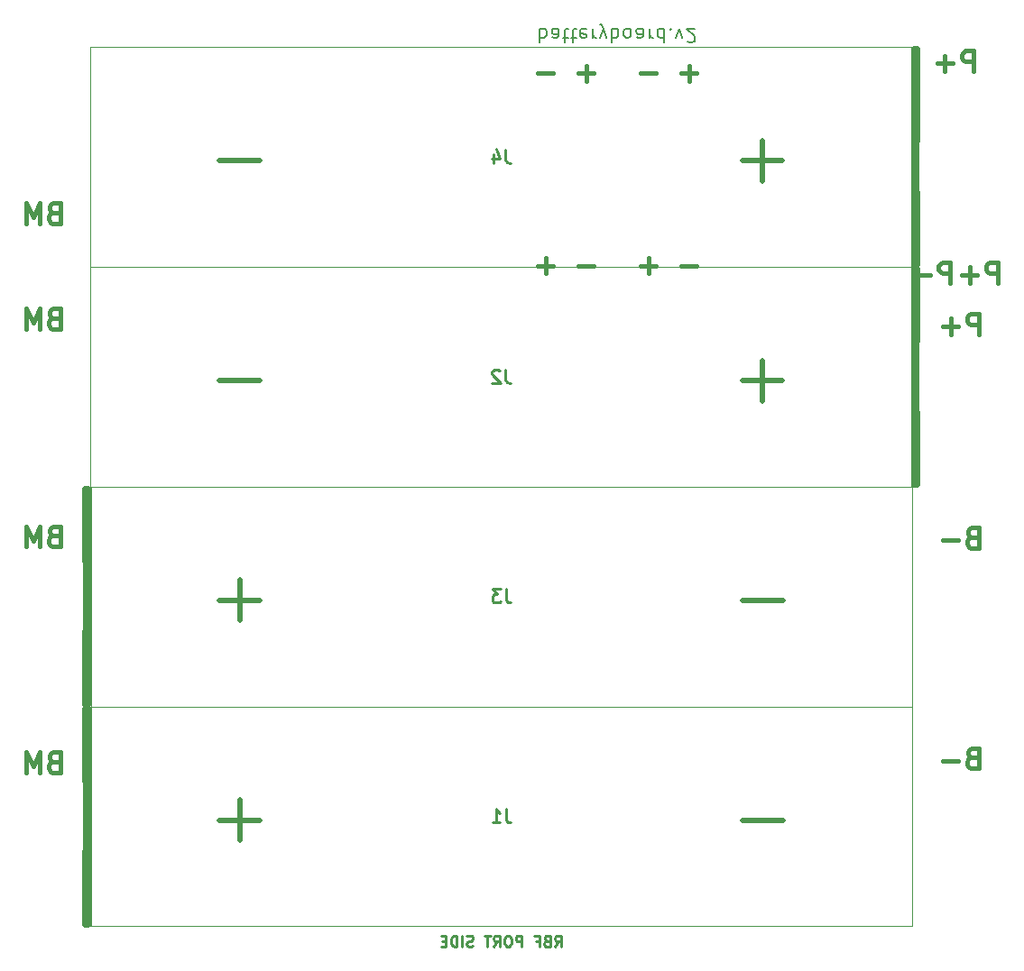
<source format=gbo>
%TF.GenerationSoftware,KiCad,Pcbnew,(5.1.9)-1*%
%TF.CreationDate,2022-01-06T16:33:17-10:00*%
%TF.ProjectId,batteryboard,62617474-6572-4796-926f-6172642e6b69,rev?*%
%TF.SameCoordinates,Original*%
%TF.FileFunction,Legend,Bot*%
%TF.FilePolarity,Positive*%
%FSLAX46Y46*%
G04 Gerber Fmt 4.6, Leading zero omitted, Abs format (unit mm)*
G04 Created by KiCad (PCBNEW (5.1.9)-1) date 2022-01-06 16:33:17*
%MOMM*%
%LPD*%
G01*
G04 APERTURE LIST*
%ADD10C,0.200000*%
%ADD11C,0.254000*%
%ADD12C,0.381000*%
%ADD13C,0.500000*%
%ADD14C,0.100000*%
%ADD15C,1.671600*%
%ADD16C,3.551600*%
%ADD17C,4.601600*%
%ADD18C,1.500000*%
%ADD19O,1.501600X1.501600*%
%ADD20C,1.501600*%
%ADD21C,2.101600*%
G04 APERTURE END LIST*
D10*
X104771142Y-55863404D02*
X104771142Y-57163404D01*
X104771142Y-56668166D02*
X104894952Y-56730071D01*
X105142571Y-56730071D01*
X105266380Y-56668166D01*
X105328285Y-56606261D01*
X105390190Y-56482452D01*
X105390190Y-56111023D01*
X105328285Y-55987214D01*
X105266380Y-55925309D01*
X105142571Y-55863404D01*
X104894952Y-55863404D01*
X104771142Y-55925309D01*
X106504476Y-55863404D02*
X106504476Y-56544357D01*
X106442571Y-56668166D01*
X106318761Y-56730071D01*
X106071142Y-56730071D01*
X105947333Y-56668166D01*
X106504476Y-55925309D02*
X106380666Y-55863404D01*
X106071142Y-55863404D01*
X105947333Y-55925309D01*
X105885428Y-56049119D01*
X105885428Y-56172928D01*
X105947333Y-56296738D01*
X106071142Y-56358642D01*
X106380666Y-56358642D01*
X106504476Y-56420547D01*
X106937809Y-56730071D02*
X107433047Y-56730071D01*
X107123523Y-57163404D02*
X107123523Y-56049119D01*
X107185428Y-55925309D01*
X107309238Y-55863404D01*
X107433047Y-55863404D01*
X107680666Y-56730071D02*
X108175904Y-56730071D01*
X107866380Y-57163404D02*
X107866380Y-56049119D01*
X107928285Y-55925309D01*
X108052095Y-55863404D01*
X108175904Y-55863404D01*
X109104476Y-55925309D02*
X108980666Y-55863404D01*
X108733047Y-55863404D01*
X108609238Y-55925309D01*
X108547333Y-56049119D01*
X108547333Y-56544357D01*
X108609238Y-56668166D01*
X108733047Y-56730071D01*
X108980666Y-56730071D01*
X109104476Y-56668166D01*
X109166380Y-56544357D01*
X109166380Y-56420547D01*
X108547333Y-56296738D01*
X109723523Y-55863404D02*
X109723523Y-56730071D01*
X109723523Y-56482452D02*
X109785428Y-56606261D01*
X109847333Y-56668166D01*
X109971142Y-56730071D01*
X110094952Y-56730071D01*
X110404476Y-56730071D02*
X110714000Y-55863404D01*
X111023523Y-56730071D02*
X110714000Y-55863404D01*
X110590190Y-55553880D01*
X110528285Y-55491976D01*
X110404476Y-55430071D01*
X111518761Y-55863404D02*
X111518761Y-57163404D01*
X111518761Y-56668166D02*
X111642571Y-56730071D01*
X111890190Y-56730071D01*
X112014000Y-56668166D01*
X112075904Y-56606261D01*
X112137809Y-56482452D01*
X112137809Y-56111023D01*
X112075904Y-55987214D01*
X112014000Y-55925309D01*
X111890190Y-55863404D01*
X111642571Y-55863404D01*
X111518761Y-55925309D01*
X112880666Y-55863404D02*
X112756857Y-55925309D01*
X112694952Y-55987214D01*
X112633047Y-56111023D01*
X112633047Y-56482452D01*
X112694952Y-56606261D01*
X112756857Y-56668166D01*
X112880666Y-56730071D01*
X113066380Y-56730071D01*
X113190190Y-56668166D01*
X113252095Y-56606261D01*
X113314000Y-56482452D01*
X113314000Y-56111023D01*
X113252095Y-55987214D01*
X113190190Y-55925309D01*
X113066380Y-55863404D01*
X112880666Y-55863404D01*
X114428285Y-55863404D02*
X114428285Y-56544357D01*
X114366380Y-56668166D01*
X114242571Y-56730071D01*
X113994952Y-56730071D01*
X113871142Y-56668166D01*
X114428285Y-55925309D02*
X114304476Y-55863404D01*
X113994952Y-55863404D01*
X113871142Y-55925309D01*
X113809238Y-56049119D01*
X113809238Y-56172928D01*
X113871142Y-56296738D01*
X113994952Y-56358642D01*
X114304476Y-56358642D01*
X114428285Y-56420547D01*
X115047333Y-55863404D02*
X115047333Y-56730071D01*
X115047333Y-56482452D02*
X115109238Y-56606261D01*
X115171142Y-56668166D01*
X115294952Y-56730071D01*
X115418761Y-56730071D01*
X116409238Y-55863404D02*
X116409238Y-57163404D01*
X116409238Y-55925309D02*
X116285428Y-55863404D01*
X116037809Y-55863404D01*
X115914000Y-55925309D01*
X115852095Y-55987214D01*
X115790190Y-56111023D01*
X115790190Y-56482452D01*
X115852095Y-56606261D01*
X115914000Y-56668166D01*
X116037809Y-56730071D01*
X116285428Y-56730071D01*
X116409238Y-56668166D01*
X117028285Y-55987214D02*
X117090190Y-55925309D01*
X117028285Y-55863404D01*
X116966380Y-55925309D01*
X117028285Y-55987214D01*
X117028285Y-55863404D01*
X117523523Y-56730071D02*
X117833047Y-55863404D01*
X118142571Y-56730071D01*
X118575904Y-57039595D02*
X118637809Y-57101500D01*
X118761619Y-57163404D01*
X119071142Y-57163404D01*
X119194952Y-57101500D01*
X119256857Y-57039595D01*
X119318761Y-56915785D01*
X119318761Y-56791976D01*
X119256857Y-56606261D01*
X118514000Y-55863404D01*
X119318761Y-55863404D01*
D11*
X106174419Y-142064619D02*
X106513085Y-141580809D01*
X106754990Y-142064619D02*
X106754990Y-141048619D01*
X106367942Y-141048619D01*
X106271180Y-141097000D01*
X106222800Y-141145380D01*
X106174419Y-141242142D01*
X106174419Y-141387285D01*
X106222800Y-141484047D01*
X106271180Y-141532428D01*
X106367942Y-141580809D01*
X106754990Y-141580809D01*
X105400323Y-141532428D02*
X105255180Y-141580809D01*
X105206800Y-141629190D01*
X105158419Y-141725952D01*
X105158419Y-141871095D01*
X105206800Y-141967857D01*
X105255180Y-142016238D01*
X105351942Y-142064619D01*
X105738990Y-142064619D01*
X105738990Y-141048619D01*
X105400323Y-141048619D01*
X105303561Y-141097000D01*
X105255180Y-141145380D01*
X105206800Y-141242142D01*
X105206800Y-141338904D01*
X105255180Y-141435666D01*
X105303561Y-141484047D01*
X105400323Y-141532428D01*
X105738990Y-141532428D01*
X104384323Y-141532428D02*
X104722990Y-141532428D01*
X104722990Y-142064619D02*
X104722990Y-141048619D01*
X104239180Y-141048619D01*
X103078038Y-142064619D02*
X103078038Y-141048619D01*
X102690990Y-141048619D01*
X102594228Y-141097000D01*
X102545847Y-141145380D01*
X102497466Y-141242142D01*
X102497466Y-141387285D01*
X102545847Y-141484047D01*
X102594228Y-141532428D01*
X102690990Y-141580809D01*
X103078038Y-141580809D01*
X101868514Y-141048619D02*
X101674990Y-141048619D01*
X101578228Y-141097000D01*
X101481466Y-141193761D01*
X101433085Y-141387285D01*
X101433085Y-141725952D01*
X101481466Y-141919476D01*
X101578228Y-142016238D01*
X101674990Y-142064619D01*
X101868514Y-142064619D01*
X101965276Y-142016238D01*
X102062038Y-141919476D01*
X102110419Y-141725952D01*
X102110419Y-141387285D01*
X102062038Y-141193761D01*
X101965276Y-141097000D01*
X101868514Y-141048619D01*
X100417085Y-142064619D02*
X100755752Y-141580809D01*
X100997657Y-142064619D02*
X100997657Y-141048619D01*
X100610609Y-141048619D01*
X100513847Y-141097000D01*
X100465466Y-141145380D01*
X100417085Y-141242142D01*
X100417085Y-141387285D01*
X100465466Y-141484047D01*
X100513847Y-141532428D01*
X100610609Y-141580809D01*
X100997657Y-141580809D01*
X100126800Y-141048619D02*
X99546228Y-141048619D01*
X99836514Y-142064619D02*
X99836514Y-141048619D01*
X98481847Y-142016238D02*
X98336704Y-142064619D01*
X98094800Y-142064619D01*
X97998038Y-142016238D01*
X97949657Y-141967857D01*
X97901276Y-141871095D01*
X97901276Y-141774333D01*
X97949657Y-141677571D01*
X97998038Y-141629190D01*
X98094800Y-141580809D01*
X98288323Y-141532428D01*
X98385085Y-141484047D01*
X98433466Y-141435666D01*
X98481847Y-141338904D01*
X98481847Y-141242142D01*
X98433466Y-141145380D01*
X98385085Y-141097000D01*
X98288323Y-141048619D01*
X98046419Y-141048619D01*
X97901276Y-141097000D01*
X97465847Y-142064619D02*
X97465847Y-141048619D01*
X96982038Y-142064619D02*
X96982038Y-141048619D01*
X96740133Y-141048619D01*
X96594990Y-141097000D01*
X96498228Y-141193761D01*
X96449847Y-141290523D01*
X96401466Y-141484047D01*
X96401466Y-141629190D01*
X96449847Y-141822714D01*
X96498228Y-141919476D01*
X96594990Y-142016238D01*
X96740133Y-142064619D01*
X96982038Y-142064619D01*
X95966038Y-141532428D02*
X95627371Y-141532428D01*
X95482228Y-142064619D02*
X95966038Y-142064619D01*
X95966038Y-141048619D01*
X95482228Y-141048619D01*
D12*
X109818714Y-78114071D02*
X108367285Y-78114071D01*
X106008714Y-78114071D02*
X104557285Y-78114071D01*
X105283000Y-78839785D02*
X105283000Y-77388357D01*
X119470714Y-78114071D02*
X118019285Y-78114071D01*
X115660714Y-78114071D02*
X114209285Y-78114071D01*
X114935000Y-78839785D02*
X114935000Y-77388357D01*
X114209285Y-60061928D02*
X115660714Y-60061928D01*
X118019285Y-60061928D02*
X119470714Y-60061928D01*
X118745000Y-59336214D02*
X118745000Y-60787642D01*
X104557285Y-60061928D02*
X106008714Y-60061928D01*
X108367285Y-60061928D02*
X109818714Y-60061928D01*
X109093000Y-59336214D02*
X109093000Y-60787642D01*
X145416814Y-59865985D02*
X145416814Y-57960985D01*
X144691100Y-57960985D01*
X144509671Y-58051700D01*
X144418957Y-58142414D01*
X144328242Y-58323842D01*
X144328242Y-58595985D01*
X144418957Y-58777414D01*
X144509671Y-58868128D01*
X144691100Y-58958842D01*
X145416814Y-58958842D01*
X143511814Y-59140271D02*
X142060385Y-59140271D01*
X142786100Y-59865985D02*
X142786100Y-58414557D01*
X143283214Y-79728785D02*
X143283214Y-77823785D01*
X142557500Y-77823785D01*
X142376071Y-77914500D01*
X142285357Y-78005214D01*
X142194642Y-78186642D01*
X142194642Y-78458785D01*
X142285357Y-78640214D01*
X142376071Y-78730928D01*
X142557500Y-78821642D01*
X143283214Y-78821642D01*
X141378214Y-79003071D02*
X139926785Y-79003071D01*
X147728214Y-79728785D02*
X147728214Y-77823785D01*
X147002500Y-77823785D01*
X146821071Y-77914500D01*
X146730357Y-78005214D01*
X146639642Y-78186642D01*
X146639642Y-78458785D01*
X146730357Y-78640214D01*
X146821071Y-78730928D01*
X147002500Y-78821642D01*
X147728214Y-78821642D01*
X145823214Y-79003071D02*
X144371785Y-79003071D01*
X145097500Y-79728785D02*
X145097500Y-78277357D01*
X145950214Y-84554785D02*
X145950214Y-82649785D01*
X145224500Y-82649785D01*
X145043071Y-82740500D01*
X144952357Y-82831214D01*
X144861642Y-83012642D01*
X144861642Y-83284785D01*
X144952357Y-83466214D01*
X145043071Y-83556928D01*
X145224500Y-83647642D01*
X145950214Y-83647642D01*
X144045214Y-83829071D02*
X142593785Y-83829071D01*
X143319500Y-84554785D02*
X143319500Y-83103357D01*
X145315214Y-103622928D02*
X145043071Y-103713642D01*
X144952357Y-103804357D01*
X144861642Y-103985785D01*
X144861642Y-104257928D01*
X144952357Y-104439357D01*
X145043071Y-104530071D01*
X145224500Y-104620785D01*
X145950214Y-104620785D01*
X145950214Y-102715785D01*
X145315214Y-102715785D01*
X145133785Y-102806500D01*
X145043071Y-102897214D01*
X144952357Y-103078642D01*
X144952357Y-103260071D01*
X145043071Y-103441500D01*
X145133785Y-103532214D01*
X145315214Y-103622928D01*
X145950214Y-103622928D01*
X144045214Y-103895071D02*
X142593785Y-103895071D01*
X145315214Y-124323928D02*
X145043071Y-124414642D01*
X144952357Y-124505357D01*
X144861642Y-124686785D01*
X144861642Y-124958928D01*
X144952357Y-125140357D01*
X145043071Y-125231071D01*
X145224500Y-125321785D01*
X145950214Y-125321785D01*
X145950214Y-123416785D01*
X145315214Y-123416785D01*
X145133785Y-123507500D01*
X145043071Y-123598214D01*
X144952357Y-123779642D01*
X144952357Y-123961071D01*
X145043071Y-124142500D01*
X145133785Y-124233214D01*
X145315214Y-124323928D01*
X145950214Y-124323928D01*
X144045214Y-124596071D02*
X142593785Y-124596071D01*
X59118500Y-124704928D02*
X58846357Y-124795642D01*
X58755642Y-124886357D01*
X58664928Y-125067785D01*
X58664928Y-125339928D01*
X58755642Y-125521357D01*
X58846357Y-125612071D01*
X59027785Y-125702785D01*
X59753500Y-125702785D01*
X59753500Y-123797785D01*
X59118500Y-123797785D01*
X58937071Y-123888500D01*
X58846357Y-123979214D01*
X58755642Y-124160642D01*
X58755642Y-124342071D01*
X58846357Y-124523500D01*
X58937071Y-124614214D01*
X59118500Y-124704928D01*
X59753500Y-124704928D01*
X57848500Y-125702785D02*
X57848500Y-123797785D01*
X57213500Y-125158500D01*
X56578500Y-123797785D01*
X56578500Y-125702785D01*
X59118500Y-73142928D02*
X58846357Y-73233642D01*
X58755642Y-73324357D01*
X58664928Y-73505785D01*
X58664928Y-73777928D01*
X58755642Y-73959357D01*
X58846357Y-74050071D01*
X59027785Y-74140785D01*
X59753500Y-74140785D01*
X59753500Y-72235785D01*
X59118500Y-72235785D01*
X58937071Y-72326500D01*
X58846357Y-72417214D01*
X58755642Y-72598642D01*
X58755642Y-72780071D01*
X58846357Y-72961500D01*
X58937071Y-73052214D01*
X59118500Y-73142928D01*
X59753500Y-73142928D01*
X57848500Y-74140785D02*
X57848500Y-72235785D01*
X57213500Y-73596500D01*
X56578500Y-72235785D01*
X56578500Y-74140785D01*
X59118500Y-83048928D02*
X58846357Y-83139642D01*
X58755642Y-83230357D01*
X58664928Y-83411785D01*
X58664928Y-83683928D01*
X58755642Y-83865357D01*
X58846357Y-83956071D01*
X59027785Y-84046785D01*
X59753500Y-84046785D01*
X59753500Y-82141785D01*
X59118500Y-82141785D01*
X58937071Y-82232500D01*
X58846357Y-82323214D01*
X58755642Y-82504642D01*
X58755642Y-82686071D01*
X58846357Y-82867500D01*
X58937071Y-82958214D01*
X59118500Y-83048928D01*
X59753500Y-83048928D01*
X57848500Y-84046785D02*
X57848500Y-82141785D01*
X57213500Y-83502500D01*
X56578500Y-82141785D01*
X56578500Y-84046785D01*
X59118500Y-103495928D02*
X58846357Y-103586642D01*
X58755642Y-103677357D01*
X58664928Y-103858785D01*
X58664928Y-104130928D01*
X58755642Y-104312357D01*
X58846357Y-104403071D01*
X59027785Y-104493785D01*
X59753500Y-104493785D01*
X59753500Y-102588785D01*
X59118500Y-102588785D01*
X58937071Y-102679500D01*
X58846357Y-102770214D01*
X58755642Y-102951642D01*
X58755642Y-103133071D01*
X58846357Y-103314500D01*
X58937071Y-103405214D01*
X59118500Y-103495928D01*
X59753500Y-103495928D01*
X57848500Y-104493785D02*
X57848500Y-102588785D01*
X57213500Y-103949500D01*
X56578500Y-102588785D01*
X56578500Y-104493785D01*
D13*
X139852400Y-98729800D02*
X140233400Y-98729800D01*
X139852400Y-78409800D02*
X140233400Y-78409800D01*
X140233400Y-98729800D02*
X140233400Y-78409800D01*
X140106400Y-98729800D02*
X140106400Y-78409800D01*
X139979400Y-98729800D02*
X139979400Y-78409800D01*
X139852400Y-98729800D02*
X139852400Y-78409800D01*
D14*
X62592400Y-78244800D02*
X62592400Y-98894800D01*
X139852400Y-78244800D02*
X62592400Y-78244800D01*
X139642400Y-98894800D02*
X139642400Y-78244800D01*
X62592400Y-98894800D02*
X140233400Y-98894800D01*
D13*
X139852400Y-78079600D02*
X140233400Y-78079600D01*
X139852400Y-57759600D02*
X140233400Y-57759600D01*
X140233400Y-78079600D02*
X140233400Y-57759600D01*
X140106400Y-78079600D02*
X140106400Y-57759600D01*
X139979400Y-78079600D02*
X139979400Y-57759600D01*
X139852400Y-78079600D02*
X139852400Y-57759600D01*
D14*
X62592400Y-57594600D02*
X62592400Y-78244600D01*
X139852400Y-57594600D02*
X62592400Y-57594600D01*
X139642400Y-78244600D02*
X139642400Y-57594600D01*
X62592400Y-78244600D02*
X140233400Y-78244600D01*
D13*
X62407800Y-99034600D02*
X62026800Y-99034600D01*
X62407800Y-119354600D02*
X62026800Y-119354600D01*
X62026800Y-99034600D02*
X62026800Y-119354600D01*
X62153800Y-99034600D02*
X62153800Y-119354600D01*
X62280800Y-99034600D02*
X62280800Y-119354600D01*
X62407800Y-99034600D02*
X62407800Y-119354600D01*
D14*
X139667800Y-119519600D02*
X139667800Y-98869600D01*
X62407800Y-119519600D02*
X139667800Y-119519600D01*
X62617800Y-98869600D02*
X62617800Y-119519600D01*
X139667800Y-98869600D02*
X62026800Y-98869600D01*
D13*
X62407800Y-119684800D02*
X62026800Y-119684800D01*
X62407800Y-140004800D02*
X62026800Y-140004800D01*
X62026800Y-119684800D02*
X62026800Y-140004800D01*
X62153800Y-119684800D02*
X62153800Y-140004800D01*
X62280800Y-119684800D02*
X62280800Y-140004800D01*
X62407800Y-119684800D02*
X62407800Y-140004800D01*
D14*
X139667800Y-140169800D02*
X139667800Y-119519800D01*
X62407800Y-140169800D02*
X139667800Y-140169800D01*
X62617800Y-119519800D02*
X62617800Y-140169800D01*
X139667800Y-119519800D02*
X62026800Y-119519800D01*
D11*
X101540733Y-87874323D02*
X101540733Y-88781466D01*
X101601209Y-88962895D01*
X101722161Y-89083847D01*
X101903590Y-89144323D01*
X102024542Y-89144323D01*
X100996447Y-87995276D02*
X100935971Y-87934800D01*
X100815019Y-87874323D01*
X100512638Y-87874323D01*
X100391685Y-87934800D01*
X100331209Y-87995276D01*
X100270733Y-88116228D01*
X100270733Y-88237180D01*
X100331209Y-88418609D01*
X101056923Y-89144323D01*
X100270733Y-89144323D01*
D13*
X78497161Y-88926942D02*
X74687638Y-88926942D01*
X127547161Y-88926942D02*
X123737638Y-88926942D01*
X125642400Y-90831704D02*
X125642400Y-87022180D01*
D11*
X101540733Y-67224123D02*
X101540733Y-68131266D01*
X101601209Y-68312695D01*
X101722161Y-68433647D01*
X101903590Y-68494123D01*
X102024542Y-68494123D01*
X100391685Y-67647457D02*
X100391685Y-68494123D01*
X100694066Y-67163647D02*
X100996447Y-68070790D01*
X100210257Y-68070790D01*
D13*
X78497161Y-68276742D02*
X74687638Y-68276742D01*
X127547161Y-68276742D02*
X123737638Y-68276742D01*
X125642400Y-70181504D02*
X125642400Y-66371980D01*
D11*
X101566133Y-108499123D02*
X101566133Y-109406266D01*
X101626609Y-109587695D01*
X101747561Y-109708647D01*
X101928990Y-109769123D01*
X102049942Y-109769123D01*
X101082323Y-108499123D02*
X100296133Y-108499123D01*
X100719466Y-108982933D01*
X100538038Y-108982933D01*
X100417085Y-109043409D01*
X100356609Y-109103885D01*
X100296133Y-109224838D01*
X100296133Y-109527219D01*
X100356609Y-109648171D01*
X100417085Y-109708647D01*
X100538038Y-109769123D01*
X100900895Y-109769123D01*
X101021847Y-109708647D01*
X101082323Y-109648171D01*
D13*
X127572561Y-109551742D02*
X123763038Y-109551742D01*
X78522561Y-109551742D02*
X74713038Y-109551742D01*
X76617800Y-111456504D02*
X76617800Y-107646980D01*
D11*
X101566133Y-129149323D02*
X101566133Y-130056466D01*
X101626609Y-130237895D01*
X101747561Y-130358847D01*
X101928990Y-130419323D01*
X102049942Y-130419323D01*
X100296133Y-130419323D02*
X101021847Y-130419323D01*
X100658990Y-130419323D02*
X100658990Y-129149323D01*
X100779942Y-129330752D01*
X100900895Y-129451704D01*
X101021847Y-129512180D01*
D13*
X127572561Y-130201942D02*
X123763038Y-130201942D01*
X78522561Y-130201942D02*
X74713038Y-130201942D01*
X76617800Y-132106704D02*
X76617800Y-128297180D01*
%LPC*%
D15*
X137047400Y-80569800D03*
D16*
X128717400Y-96569800D03*
X73517400Y-80569800D03*
G36*
G01*
X140447400Y-85344000D02*
X147787400Y-85344000D01*
G75*
G02*
X147838200Y-85394800I0J-50800D01*
G01*
X147838200Y-91744800D01*
G75*
G02*
X147787400Y-91795600I-50800J0D01*
G01*
X140447400Y-91795600D01*
G75*
G02*
X140396600Y-91744800I0J50800D01*
G01*
X140396600Y-85394800D01*
G75*
G02*
X140447400Y-85344000I50800J0D01*
G01*
G37*
G36*
G01*
X54447400Y-85344000D02*
X61787400Y-85344000D01*
G75*
G02*
X61838200Y-85394800I0J-50800D01*
G01*
X61838200Y-91744800D01*
G75*
G02*
X61787400Y-91795600I-50800J0D01*
G01*
X54447400Y-91795600D01*
G75*
G02*
X54396600Y-91744800I0J50800D01*
G01*
X54396600Y-85394800D01*
G75*
G02*
X54447400Y-85344000I50800J0D01*
G01*
G37*
D15*
X137047400Y-59919600D03*
D16*
X128717400Y-75919600D03*
X73517400Y-59919600D03*
G36*
G01*
X140447400Y-66543800D02*
X147787400Y-66543800D01*
G75*
G02*
X147838200Y-66594600I0J-50800D01*
G01*
X147838200Y-71094600D01*
G75*
G02*
X147787400Y-71145400I-50800J0D01*
G01*
X140447400Y-71145400D01*
G75*
G02*
X140396600Y-71094600I0J50800D01*
G01*
X140396600Y-66594600D01*
G75*
G02*
X140447400Y-66543800I50800J0D01*
G01*
G37*
G36*
G01*
X54447400Y-64693800D02*
X61787400Y-64693800D01*
G75*
G02*
X61838200Y-64744600I0J-50800D01*
G01*
X61838200Y-71094600D01*
G75*
G02*
X61787400Y-71145400I-50800J0D01*
G01*
X54447400Y-71145400D01*
G75*
G02*
X54396600Y-71094600I0J50800D01*
G01*
X54396600Y-64744600D01*
G75*
G02*
X54447400Y-64693800I50800J0D01*
G01*
G37*
D17*
X144005300Y-136349900D03*
X58280300Y-58889900D03*
X58280300Y-138889900D03*
D15*
X137072800Y-117194600D03*
D16*
X128742800Y-101194600D03*
X73542800Y-117194600D03*
D15*
X65187400Y-121844800D03*
D16*
X73517400Y-137844800D03*
X128717400Y-121844800D03*
D15*
X65212800Y-117194600D03*
D16*
X73542800Y-101194600D03*
X128742800Y-117194600D03*
G36*
G01*
X61812800Y-112420400D02*
X54472800Y-112420400D01*
G75*
G02*
X54422000Y-112369600I0J50800D01*
G01*
X54422000Y-106019600D01*
G75*
G02*
X54472800Y-105968800I50800J0D01*
G01*
X61812800Y-105968800D01*
G75*
G02*
X61863600Y-106019600I0J-50800D01*
G01*
X61863600Y-112369600D01*
G75*
G02*
X61812800Y-112420400I-50800J0D01*
G01*
G37*
G36*
G01*
X147812800Y-112420400D02*
X140472800Y-112420400D01*
G75*
G02*
X140422000Y-112369600I0J50800D01*
G01*
X140422000Y-106019600D01*
G75*
G02*
X140472800Y-105968800I50800J0D01*
G01*
X147812800Y-105968800D01*
G75*
G02*
X147863600Y-106019600I0J-50800D01*
G01*
X147863600Y-112369600D01*
G75*
G02*
X147812800Y-112420400I-50800J0D01*
G01*
G37*
D15*
X65212800Y-137844800D03*
D16*
X73542800Y-121844800D03*
X128742800Y-137844800D03*
G36*
G01*
X61812800Y-133070600D02*
X54472800Y-133070600D01*
G75*
G02*
X54422000Y-133019800I0J50800D01*
G01*
X54422000Y-126669800D01*
G75*
G02*
X54472800Y-126619000I50800J0D01*
G01*
X61812800Y-126619000D01*
G75*
G02*
X61863600Y-126669800I0J-50800D01*
G01*
X61863600Y-133019800D01*
G75*
G02*
X61812800Y-133070600I-50800J0D01*
G01*
G37*
G36*
G01*
X147812800Y-133070600D02*
X140472800Y-133070600D01*
G75*
G02*
X140422000Y-133019800I0J50800D01*
G01*
X140422000Y-126669800D01*
G75*
G02*
X140472800Y-126619000I50800J0D01*
G01*
X147812800Y-126619000D01*
G75*
G02*
X147863600Y-126669800I0J-50800D01*
G01*
X147863600Y-133019800D01*
G75*
G02*
X147812800Y-133070600I-50800J0D01*
G01*
G37*
D18*
X147193000Y-56261000D03*
X55118000Y-56261000D03*
X56007000Y-142494000D03*
D19*
X96266000Y-93726000D03*
D20*
X101346000Y-93726000D03*
G36*
G01*
X100870200Y-76117000D02*
X100870200Y-75267000D01*
G75*
G02*
X100921000Y-75216200I50800J0D01*
G01*
X101771000Y-75216200D01*
G75*
G02*
X101821800Y-75267000I0J-50800D01*
G01*
X101821800Y-76117000D01*
G75*
G02*
X101771000Y-76167800I-50800J0D01*
G01*
X100921000Y-76167800D01*
G75*
G02*
X100870200Y-76117000I0J50800D01*
G01*
G37*
D21*
X146177000Y-75565000D03*
X142062200Y-75565000D03*
X58166000Y-78105000D03*
X144145000Y-121285000D03*
M02*

</source>
